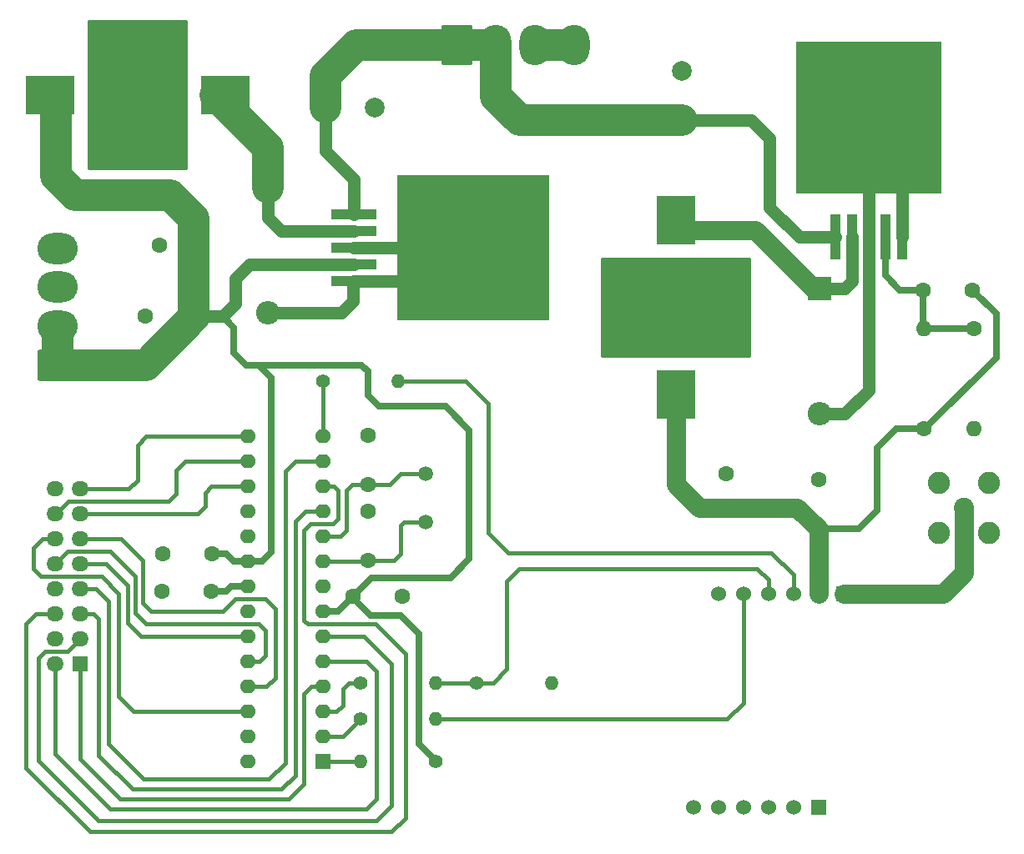
<source format=gbr>
G04 #@! TF.GenerationSoftware,KiCad,Pcbnew,(5.1.5)-3*
G04 #@! TF.CreationDate,2020-01-23T23:18:57+02:00*
G04 #@! TF.ProjectId,TrafficSignPCB,54726166-6669-4635-9369-676e5043422e,rev?*
G04 #@! TF.SameCoordinates,Original*
G04 #@! TF.FileFunction,Copper,L1,Top*
G04 #@! TF.FilePolarity,Positive*
%FSLAX46Y46*%
G04 Gerber Fmt 4.6, Leading zero omitted, Abs format (unit mm)*
G04 Created by KiCad (PCBNEW (5.1.5)-3) date 2020-01-23 23:18:57*
%MOMM*%
%LPD*%
G04 APERTURE LIST*
%ADD10R,1.524000X1.524000*%
%ADD11C,1.524000*%
%ADD12C,1.600000*%
%ADD13R,15.400000X14.800000*%
%ADD14R,4.600000X1.100000*%
%ADD15R,1.527200X1.527200*%
%ADD16O,1.727200X1.527200*%
%ADD17R,1.600000X1.600000*%
%ADD18O,1.600000X1.400000*%
%ADD19C,2.050000*%
%ADD20C,2.250000*%
%ADD21C,2.000000*%
%ADD22R,2.000000X2.000000*%
%ADD23R,3.900000X5.000000*%
%ADD24R,5.000000X3.900000*%
%ADD25O,1.600000X1.600000*%
%ADD26R,1.100000X4.600000*%
%ADD27R,14.800000X15.400000*%
%ADD28C,0.100000*%
%ADD29O,3.160000X4.100000*%
%ADD30O,4.100000X3.160000*%
%ADD31O,1.400000X1.400000*%
%ADD32C,1.400000*%
%ADD33C,1.500000*%
%ADD34O,2.400000X2.400000*%
%ADD35R,2.400000X2.400000*%
%ADD36C,1.200000*%
%ADD37C,1.905000*%
%ADD38C,1.270000*%
%ADD39C,3.175000*%
%ADD40C,0.381000*%
%ADD41C,0.635000*%
%ADD42C,0.254000*%
G04 APERTURE END LIST*
D10*
X135096000Y-130645000D03*
D11*
X132556000Y-130645000D03*
X130016000Y-130645000D03*
X127476000Y-130645000D03*
X124936000Y-130645000D03*
X122396000Y-130645000D03*
D10*
X132556000Y-152345000D03*
D11*
X130016000Y-152345000D03*
X127476000Y-152345000D03*
X124936000Y-152345000D03*
X122396000Y-152345000D03*
X119856000Y-152345000D03*
D12*
X64262000Y-102489000D03*
X69262000Y-102489000D03*
D13*
X97561000Y-95504000D03*
D14*
X85411000Y-98904000D03*
X85411000Y-97204000D03*
X85411000Y-95504000D03*
X85411000Y-93804000D03*
X85411000Y-92104000D03*
D15*
X57658000Y-137795000D03*
D16*
X55118000Y-137795000D03*
X57658000Y-135255000D03*
X55118000Y-135255000D03*
X57658000Y-132715000D03*
X55118000Y-132715000D03*
X57658000Y-130175000D03*
X55118000Y-130175000D03*
X57658000Y-127635000D03*
X55118000Y-127635000D03*
X57658000Y-125095000D03*
X55118000Y-125095000D03*
X57658000Y-122555000D03*
X55118000Y-122555000D03*
X57658000Y-120015000D03*
X55118000Y-120015000D03*
D17*
X82296000Y-147701000D03*
D18*
X74676000Y-114681000D03*
X82296000Y-145161000D03*
X74676000Y-117221000D03*
X82296000Y-142621000D03*
X74676000Y-119761000D03*
X82296000Y-140081000D03*
X74676000Y-122301000D03*
X82296000Y-137541000D03*
X74676000Y-124841000D03*
X82296000Y-135001000D03*
X74676000Y-127381000D03*
X82296000Y-132461000D03*
X74676000Y-129921000D03*
X82296000Y-129921000D03*
X74676000Y-132461000D03*
X82296000Y-127381000D03*
X74676000Y-135001000D03*
X82296000Y-124841000D03*
X74676000Y-137541000D03*
X82296000Y-122301000D03*
X74676000Y-140081000D03*
X82296000Y-119761000D03*
X74676000Y-142621000D03*
X82296000Y-117221000D03*
X74676000Y-145161000D03*
X82296000Y-114681000D03*
X74676000Y-147701000D03*
D19*
X147320000Y-121920000D03*
D20*
X149860000Y-124460000D03*
X149860000Y-119380000D03*
X144780000Y-119380000D03*
X144780000Y-124460000D03*
D12*
X86868000Y-114554000D03*
X86868000Y-119554000D03*
X86868000Y-127301000D03*
X86868000Y-122301000D03*
X148209000Y-99822000D03*
X143209000Y-99822000D03*
D21*
X87550000Y-81280000D03*
D22*
X82550000Y-81280000D03*
D21*
X118745000Y-77550000D03*
D22*
X118745000Y-82550000D03*
D23*
X118110000Y-92750000D03*
X118110000Y-110450000D03*
D24*
X54650000Y-80010000D03*
X72350000Y-80010000D03*
D12*
X148336000Y-103759000D03*
D25*
X148336000Y-113919000D03*
X143256000Y-103759000D03*
D12*
X143256000Y-113919000D03*
D26*
X134268000Y-94421000D03*
X135968000Y-94421000D03*
X137668000Y-94421000D03*
X139368000Y-94421000D03*
X141068000Y-94421000D03*
D27*
X137668000Y-82271000D03*
G04 #@! TA.AperFunction,ComponentPad*
D28*
G36*
X97239504Y-72881204D02*
G01*
X97263773Y-72884804D01*
X97287571Y-72890765D01*
X97310671Y-72899030D01*
X97332849Y-72909520D01*
X97353893Y-72922133D01*
X97373598Y-72936747D01*
X97391777Y-72953223D01*
X97408253Y-72971402D01*
X97422867Y-72991107D01*
X97435480Y-73012151D01*
X97445970Y-73034329D01*
X97454235Y-73057429D01*
X97460196Y-73081227D01*
X97463796Y-73105496D01*
X97465000Y-73130000D01*
X97465000Y-76730000D01*
X97463796Y-76754504D01*
X97460196Y-76778773D01*
X97454235Y-76802571D01*
X97445970Y-76825671D01*
X97435480Y-76847849D01*
X97422867Y-76868893D01*
X97408253Y-76888598D01*
X97391777Y-76906777D01*
X97373598Y-76923253D01*
X97353893Y-76937867D01*
X97332849Y-76950480D01*
X97310671Y-76960970D01*
X97287571Y-76969235D01*
X97263773Y-76975196D01*
X97239504Y-76978796D01*
X97215000Y-76980000D01*
X94555000Y-76980000D01*
X94530496Y-76978796D01*
X94506227Y-76975196D01*
X94482429Y-76969235D01*
X94459329Y-76960970D01*
X94437151Y-76950480D01*
X94416107Y-76937867D01*
X94396402Y-76923253D01*
X94378223Y-76906777D01*
X94361747Y-76888598D01*
X94347133Y-76868893D01*
X94334520Y-76847849D01*
X94324030Y-76825671D01*
X94315765Y-76802571D01*
X94309804Y-76778773D01*
X94306204Y-76754504D01*
X94305000Y-76730000D01*
X94305000Y-73130000D01*
X94306204Y-73105496D01*
X94309804Y-73081227D01*
X94315765Y-73057429D01*
X94324030Y-73034329D01*
X94334520Y-73012151D01*
X94347133Y-72991107D01*
X94361747Y-72971402D01*
X94378223Y-72953223D01*
X94396402Y-72936747D01*
X94416107Y-72922133D01*
X94437151Y-72909520D01*
X94459329Y-72899030D01*
X94482429Y-72890765D01*
X94506227Y-72884804D01*
X94530496Y-72881204D01*
X94555000Y-72880000D01*
X97215000Y-72880000D01*
X97239504Y-72881204D01*
G37*
G04 #@! TD.AperFunction*
D29*
X99845000Y-74930000D03*
X103805000Y-74930000D03*
X107765000Y-74930000D03*
G04 #@! TA.AperFunction,ComponentPad*
D28*
G36*
X57196504Y-105863204D02*
G01*
X57220773Y-105866804D01*
X57244571Y-105872765D01*
X57267671Y-105881030D01*
X57289849Y-105891520D01*
X57310893Y-105904133D01*
X57330598Y-105918747D01*
X57348777Y-105935223D01*
X57365253Y-105953402D01*
X57379867Y-105973107D01*
X57392480Y-105994151D01*
X57402970Y-106016329D01*
X57411235Y-106039429D01*
X57417196Y-106063227D01*
X57420796Y-106087496D01*
X57422000Y-106112000D01*
X57422000Y-108772000D01*
X57420796Y-108796504D01*
X57417196Y-108820773D01*
X57411235Y-108844571D01*
X57402970Y-108867671D01*
X57392480Y-108889849D01*
X57379867Y-108910893D01*
X57365253Y-108930598D01*
X57348777Y-108948777D01*
X57330598Y-108965253D01*
X57310893Y-108979867D01*
X57289849Y-108992480D01*
X57267671Y-109002970D01*
X57244571Y-109011235D01*
X57220773Y-109017196D01*
X57196504Y-109020796D01*
X57172000Y-109022000D01*
X53572000Y-109022000D01*
X53547496Y-109020796D01*
X53523227Y-109017196D01*
X53499429Y-109011235D01*
X53476329Y-109002970D01*
X53454151Y-108992480D01*
X53433107Y-108979867D01*
X53413402Y-108965253D01*
X53395223Y-108948777D01*
X53378747Y-108930598D01*
X53364133Y-108910893D01*
X53351520Y-108889849D01*
X53341030Y-108867671D01*
X53332765Y-108844571D01*
X53326804Y-108820773D01*
X53323204Y-108796504D01*
X53322000Y-108772000D01*
X53322000Y-106112000D01*
X53323204Y-106087496D01*
X53326804Y-106063227D01*
X53332765Y-106039429D01*
X53341030Y-106016329D01*
X53351520Y-105994151D01*
X53364133Y-105973107D01*
X53378747Y-105953402D01*
X53395223Y-105935223D01*
X53413402Y-105918747D01*
X53433107Y-105904133D01*
X53454151Y-105891520D01*
X53476329Y-105881030D01*
X53499429Y-105872765D01*
X53523227Y-105866804D01*
X53547496Y-105863204D01*
X53572000Y-105862000D01*
X57172000Y-105862000D01*
X57196504Y-105863204D01*
G37*
G04 #@! TD.AperFunction*
D30*
X55372000Y-103482000D03*
X55372000Y-99522000D03*
X55372000Y-95562000D03*
D12*
X65993000Y-130429000D03*
X70993000Y-130429000D03*
X71040000Y-126619000D03*
X66040000Y-126619000D03*
X85344000Y-130937000D03*
X90344000Y-130937000D03*
D17*
X123190000Y-121920000D03*
D12*
X123190000Y-118420000D03*
X65715000Y-95250000D03*
D17*
X69215000Y-95250000D03*
D31*
X93726000Y-139700000D03*
D32*
X86106000Y-139700000D03*
X97917000Y-139700000D03*
D31*
X105537000Y-139700000D03*
D32*
X93726000Y-147701000D03*
D31*
X86106000Y-147701000D03*
D33*
X92710000Y-118491000D03*
X92710000Y-123371000D03*
D32*
X86106000Y-143383000D03*
D31*
X93726000Y-143383000D03*
D12*
X132588000Y-124079000D03*
X132588000Y-119079000D03*
D32*
X82296000Y-109093000D03*
D31*
X89916000Y-109093000D03*
D34*
X132715000Y-112395000D03*
D35*
X132715000Y-99695000D03*
X76708000Y-89408000D03*
D34*
X76708000Y-102108000D03*
D36*
X113030000Y-97790000D03*
X113030000Y-100330000D03*
X113030000Y-102870000D03*
X113030000Y-105410000D03*
X115570000Y-105410000D03*
X115570000Y-102870000D03*
X115570000Y-100330000D03*
X115570000Y-97790000D03*
X118110000Y-100330000D03*
X118110000Y-102870000D03*
X118110000Y-105410000D03*
X118110000Y-105410000D03*
X120650000Y-105410000D03*
X120650000Y-102870000D03*
X120650000Y-97790000D03*
X118110000Y-97790000D03*
X120650000Y-100330000D03*
X123190000Y-100330000D03*
X123190000Y-97790000D03*
X123190000Y-102870000D03*
X123190000Y-105410000D03*
X59690000Y-85090000D03*
X64770000Y-82550000D03*
X62230000Y-74930000D03*
X62230000Y-85090000D03*
X64770000Y-80010000D03*
X59690000Y-74930000D03*
X64770000Y-74930000D03*
X67310000Y-74930000D03*
X59690000Y-82550000D03*
X62230000Y-80010000D03*
X67310000Y-77470000D03*
X67310000Y-80010000D03*
X59690000Y-77470000D03*
X67310000Y-80010000D03*
X59690000Y-80010000D03*
X62230000Y-82550000D03*
X62230000Y-77470000D03*
X64770000Y-77470000D03*
X67310000Y-82550000D03*
X67310000Y-85090000D03*
X64770000Y-85090000D03*
X144145000Y-86995000D03*
X141605000Y-86995000D03*
X139065000Y-86995000D03*
X144145000Y-84455000D03*
X131445000Y-86995000D03*
X133985000Y-86995000D03*
X136525000Y-86995000D03*
X139065000Y-86995000D03*
X136525000Y-76835000D03*
X131445000Y-79375000D03*
X131445000Y-81915000D03*
X144145000Y-76835000D03*
X133985000Y-81915000D03*
X133985000Y-84455000D03*
X133985000Y-79375000D03*
X141605000Y-81915000D03*
X131445000Y-84455000D03*
X136525000Y-79375000D03*
X144145000Y-79375000D03*
X136525000Y-84455000D03*
X136525000Y-81915000D03*
X141605000Y-84455000D03*
X139065000Y-81915000D03*
X139065000Y-84455000D03*
X141605000Y-79375000D03*
X139065000Y-76835000D03*
X144145000Y-81915000D03*
X139065000Y-79375000D03*
X133985000Y-76835000D03*
X131445000Y-76835000D03*
X141605000Y-76835000D03*
X101600000Y-92710000D03*
X99060000Y-92710000D03*
X99060000Y-95250000D03*
X101600000Y-95250000D03*
X101600000Y-97790000D03*
X99060000Y-97790000D03*
X96520000Y-97790000D03*
X96520000Y-95250000D03*
X96520000Y-92710000D03*
X93980000Y-92710000D03*
X93980000Y-95250000D03*
X93980000Y-97790000D03*
X91440000Y-97790000D03*
X91440000Y-95250000D03*
X91440000Y-92710000D03*
X91440000Y-90170000D03*
X93980000Y-90170000D03*
X96520000Y-90170000D03*
X99060000Y-90170000D03*
X101600000Y-90170000D03*
X104140000Y-90170000D03*
X104140000Y-92710000D03*
X104140000Y-95250000D03*
X104140000Y-97790000D03*
X104140000Y-100330000D03*
X101600000Y-100330000D03*
X99060000Y-100330000D03*
X99060000Y-100330000D03*
X96520000Y-100330000D03*
X93980000Y-100330000D03*
X91440000Y-100330000D03*
D37*
X145199000Y-130645000D02*
X135096000Y-130645000D01*
X147320000Y-121920000D02*
X147320000Y-128524000D01*
X147320000Y-128524000D02*
X145199000Y-130645000D01*
D38*
X85344000Y-100965000D02*
X85344000Y-98971000D01*
X76708000Y-102108000D02*
X84201000Y-102108000D01*
X85344000Y-98971000D02*
X85411000Y-98904000D01*
X84201000Y-102108000D02*
X85344000Y-100965000D01*
D39*
X103805000Y-74930000D02*
X107765000Y-74930000D01*
D38*
X137668000Y-94421000D02*
X137668000Y-85271000D01*
X141068000Y-88671000D02*
X137668000Y-85271000D01*
X141068000Y-94421000D02*
X141068000Y-88671000D01*
X85411000Y-95504000D02*
X94561000Y-95504000D01*
X135255000Y-112395000D02*
X132715000Y-112395000D01*
X137668000Y-94421000D02*
X137668000Y-109982000D01*
X137668000Y-109982000D02*
X135255000Y-112395000D01*
X91161000Y-98904000D02*
X94561000Y-95504000D01*
X85411000Y-98904000D02*
X91161000Y-98904000D01*
D40*
X85297000Y-119554000D02*
X86868000Y-119554000D01*
X84709000Y-120142000D02*
X85297000Y-119554000D01*
X84709000Y-124206000D02*
X84709000Y-120142000D01*
X82296000Y-124841000D02*
X84074000Y-124841000D01*
X84074000Y-124841000D02*
X84709000Y-124206000D01*
X86868000Y-119554000D02*
X89107000Y-119554000D01*
X90170000Y-118491000D02*
X92710000Y-118491000D01*
X89107000Y-119554000D02*
X90170000Y-118491000D01*
X86788000Y-127381000D02*
X86868000Y-127301000D01*
X82296000Y-127381000D02*
X86788000Y-127381000D01*
X90497000Y-123371000D02*
X92710000Y-123371000D01*
X90170000Y-123698000D02*
X90497000Y-123371000D01*
X90170000Y-126619000D02*
X90170000Y-123698000D01*
X86868000Y-127301000D02*
X89488000Y-127301000D01*
X89488000Y-127301000D02*
X90170000Y-126619000D01*
D37*
X132588000Y-130613000D02*
X132556000Y-130645000D01*
X132588000Y-124079000D02*
X132588000Y-130613000D01*
D41*
X136652000Y-124079000D02*
X132588000Y-124079000D01*
X138557000Y-122174000D02*
X136652000Y-124079000D01*
X138557000Y-115824000D02*
X138557000Y-122174000D01*
X143256000Y-113919000D02*
X140462000Y-113919000D01*
X140462000Y-113919000D02*
X138557000Y-115824000D01*
X150622000Y-102235000D02*
X148209000Y-99822000D01*
X150622000Y-106680000D02*
X150622000Y-102235000D01*
X143256000Y-113919000D02*
X143383000Y-113919000D01*
X143383000Y-113919000D02*
X150622000Y-106680000D01*
D37*
X120485000Y-121920000D02*
X123190000Y-121920000D01*
X118110000Y-119545000D02*
X120485000Y-121920000D01*
X118110000Y-109450000D02*
X118110000Y-119545000D01*
X130429000Y-121920000D02*
X132588000Y-124079000D01*
X123190000Y-121920000D02*
X130429000Y-121920000D01*
D41*
X143209000Y-103712000D02*
X143256000Y-103759000D01*
X143209000Y-99822000D02*
X143209000Y-103712000D01*
X143256000Y-103759000D02*
X148336000Y-103759000D01*
X139368000Y-98347000D02*
X139368000Y-94421000D01*
X143209000Y-99822000D02*
X140843000Y-99822000D01*
X140843000Y-99822000D02*
X139368000Y-98347000D01*
D39*
X99845000Y-74930000D02*
X95885000Y-74930000D01*
X114570000Y-82550000D02*
X118745000Y-82550000D01*
X102240000Y-82550000D02*
X114570000Y-82550000D01*
X99845000Y-80155000D02*
X102240000Y-82550000D01*
X99845000Y-74930000D02*
X99845000Y-80155000D01*
D38*
X130616000Y-94421000D02*
X134268000Y-94421000D01*
X127635000Y-84455000D02*
X127635000Y-91440000D01*
X118745000Y-82550000D02*
X125730000Y-82550000D01*
X127635000Y-91440000D02*
X130616000Y-94421000D01*
X125730000Y-82550000D02*
X127635000Y-84455000D01*
X82550000Y-85725000D02*
X82550000Y-81280000D01*
X85411000Y-92104000D02*
X85411000Y-88586000D01*
X85411000Y-88586000D02*
X82550000Y-85725000D01*
D39*
X85725000Y-74930000D02*
X95885000Y-74930000D01*
X82550000Y-81280000D02*
X82550000Y-78105000D01*
X82550000Y-78105000D02*
X85725000Y-74930000D01*
D41*
X75819000Y-107442000D02*
X77089000Y-108712000D01*
X76111000Y-127381000D02*
X74676000Y-127381000D01*
X77089000Y-126403000D02*
X76111000Y-127381000D01*
X77089000Y-108712000D02*
X77089000Y-126403000D01*
X73279000Y-127381000D02*
X74676000Y-127381000D01*
X71040000Y-126619000D02*
X72517000Y-126619000D01*
X72517000Y-126619000D02*
X73279000Y-127381000D01*
X75438000Y-107442000D02*
X75819000Y-107442000D01*
X83820000Y-132461000D02*
X85344000Y-130937000D01*
X82296000Y-132461000D02*
X83820000Y-132461000D01*
X86868000Y-108077000D02*
X86233000Y-107442000D01*
X86233000Y-107442000D02*
X75438000Y-107442000D01*
X88011000Y-111633000D02*
X86868000Y-110490000D01*
X94742000Y-111633000D02*
X88011000Y-111633000D01*
X87249000Y-129032000D02*
X95250000Y-129032000D01*
X95250000Y-129032000D02*
X97155000Y-127127000D01*
X85344000Y-130937000D02*
X87249000Y-129032000D01*
X86868000Y-110490000D02*
X86868000Y-108077000D01*
X97155000Y-127127000D02*
X97155000Y-114046000D01*
X97155000Y-114046000D02*
X94742000Y-111633000D01*
X85344000Y-131064000D02*
X85344000Y-130937000D01*
X87122000Y-132842000D02*
X85344000Y-131064000D01*
X92075000Y-134747000D02*
X90170000Y-132842000D01*
X90170000Y-132842000D02*
X87122000Y-132842000D01*
D40*
X92075000Y-145923000D02*
X92075000Y-145695051D01*
D41*
X92075000Y-145923000D02*
X93726000Y-147574000D01*
X92075000Y-134747000D02*
X92075000Y-145923000D01*
D39*
X55372000Y-107442000D02*
X55372000Y-103482000D01*
X64309000Y-107442000D02*
X55372000Y-107442000D01*
X69262000Y-102489000D02*
X64309000Y-107442000D01*
D38*
X73406000Y-98679000D02*
X73406000Y-101219000D01*
X72136000Y-102489000D02*
X69262000Y-102489000D01*
X85411000Y-97204000D02*
X74881000Y-97204000D01*
X73406000Y-101219000D02*
X72136000Y-102489000D01*
X74881000Y-97204000D02*
X73406000Y-98679000D01*
D41*
X74549000Y-107442000D02*
X75438000Y-107442000D01*
X72136000Y-102489000D02*
X73279000Y-103632000D01*
X73279000Y-106172000D02*
X74549000Y-107442000D01*
X73279000Y-103632000D02*
X73279000Y-106172000D01*
D39*
X55245000Y-88265000D02*
X55245000Y-80415000D01*
X57150000Y-90170000D02*
X55245000Y-88265000D01*
X69262000Y-102489000D02*
X69215000Y-102442000D01*
X69215000Y-102442000D02*
X69215000Y-92545000D01*
X69215000Y-92545000D02*
X66840000Y-90170000D01*
X66840000Y-90170000D02*
X57150000Y-90170000D01*
D38*
X135185000Y-99695000D02*
X132715000Y-99695000D01*
X135968000Y-98912000D02*
X135185000Y-99695000D01*
X135968000Y-94421000D02*
X135968000Y-98912000D01*
D37*
X126135000Y-93750000D02*
X118110000Y-93750000D01*
X132715000Y-99695000D02*
X132080000Y-99695000D01*
X132080000Y-99695000D02*
X126135000Y-93750000D01*
D38*
X76708000Y-92456000D02*
X76708000Y-89408000D01*
X85411000Y-93804000D02*
X78056000Y-93804000D01*
X78056000Y-93804000D02*
X76708000Y-92456000D01*
D39*
X76708000Y-85368000D02*
X76708000Y-89408000D01*
X71350000Y-80010000D02*
X76708000Y-85368000D01*
D40*
X81115000Y-140081000D02*
X82296000Y-140081000D01*
X80391000Y-140805000D02*
X81115000Y-140081000D01*
X57658000Y-147447000D02*
X61722000Y-151511000D01*
X57658000Y-137795000D02*
X57658000Y-147447000D01*
X61722000Y-151511000D02*
X78867000Y-151511000D01*
X80391000Y-149987000D02*
X80391000Y-140805000D01*
X78867000Y-151511000D02*
X80391000Y-149987000D01*
X87757000Y-138557000D02*
X86741000Y-137541000D01*
X55118000Y-146939000D02*
X60706000Y-152527000D01*
X55118000Y-137795000D02*
X55118000Y-146939000D01*
X86741000Y-137541000D02*
X82296000Y-137541000D01*
X60706000Y-152527000D02*
X86741000Y-152527000D01*
X87757000Y-151511000D02*
X87757000Y-138557000D01*
X86741000Y-152527000D02*
X87757000Y-151511000D01*
X86487000Y-135001000D02*
X83477000Y-135001000D01*
X89281000Y-137795000D02*
X86487000Y-135001000D01*
X89281000Y-152146000D02*
X89281000Y-137795000D01*
X56388000Y-136525000D02*
X54102000Y-136525000D01*
X59563000Y-153670000D02*
X87757000Y-153670000D01*
X57658000Y-135255000D02*
X56388000Y-136525000D01*
X83477000Y-135001000D02*
X82296000Y-135001000D01*
X54102000Y-136525000D02*
X53467000Y-137160000D01*
X87757000Y-153670000D02*
X89281000Y-152146000D01*
X53467000Y-147574000D02*
X59563000Y-153670000D01*
X53467000Y-137160000D02*
X53467000Y-147574000D01*
X79502000Y-123317000D02*
X80518000Y-122301000D01*
X79502000Y-149098000D02*
X79502000Y-123317000D01*
X78105000Y-150495000D02*
X79502000Y-149098000D01*
X80518000Y-122301000D02*
X82296000Y-122301000D01*
X59055000Y-132715000D02*
X59563000Y-133223000D01*
X57658000Y-132715000D02*
X59055000Y-132715000D01*
X59563000Y-133223000D02*
X59563000Y-147066000D01*
X59563000Y-147066000D02*
X62992000Y-150495000D01*
X62992000Y-150495000D02*
X78105000Y-150495000D01*
X83820000Y-123063000D02*
X83820000Y-120142000D01*
X83820000Y-120142000D02*
X83439000Y-119761000D01*
X83312000Y-123571000D02*
X83820000Y-123063000D01*
X81026000Y-123571000D02*
X83312000Y-123571000D01*
X80391000Y-124206000D02*
X81026000Y-123571000D01*
X58674000Y-154813000D02*
X89281000Y-154813000D01*
X53213000Y-132715000D02*
X52197000Y-133731000D01*
X52197000Y-133731000D02*
X52197000Y-148336000D01*
X55118000Y-132715000D02*
X53213000Y-132715000D01*
X89281000Y-154813000D02*
X90678000Y-153416000D01*
X90678000Y-136779000D02*
X87630000Y-133731000D01*
X52197000Y-148336000D02*
X58674000Y-154813000D01*
X90678000Y-153416000D02*
X90678000Y-136779000D01*
X87630000Y-133731000D02*
X80772000Y-133731000D01*
X83439000Y-119761000D02*
X82296000Y-119761000D01*
X80772000Y-133731000D02*
X80391000Y-133350000D01*
X80391000Y-133350000D02*
X80391000Y-124206000D01*
X79502000Y-117221000D02*
X82296000Y-117221000D01*
X78486000Y-118237000D02*
X79502000Y-117221000D01*
X76835000Y-149479000D02*
X78486000Y-147828000D01*
X59309000Y-130175000D02*
X60579000Y-131445000D01*
X78486000Y-147828000D02*
X78486000Y-118237000D01*
X57658000Y-130175000D02*
X59309000Y-130175000D01*
X60579000Y-131445000D02*
X60579000Y-145923000D01*
X60579000Y-145923000D02*
X64135000Y-149479000D01*
X64135000Y-149479000D02*
X76835000Y-149479000D01*
X73495000Y-135001000D02*
X74676000Y-135001000D01*
X62484000Y-133604000D02*
X63881000Y-135001000D01*
X60325000Y-127635000D02*
X62484000Y-129794000D01*
X57658000Y-127635000D02*
X60325000Y-127635000D01*
X62484000Y-129794000D02*
X62484000Y-133604000D01*
X63881000Y-135001000D02*
X73495000Y-135001000D01*
X75819000Y-133731000D02*
X76454000Y-134366000D01*
X76454000Y-136944000D02*
X75857000Y-137541000D01*
X56388000Y-126365000D02*
X60706000Y-126365000D01*
X76454000Y-134366000D02*
X76454000Y-136944000D01*
X60706000Y-126365000D02*
X63246000Y-128905000D01*
X75857000Y-137541000D02*
X74676000Y-137541000D01*
X63246000Y-132588000D02*
X64389000Y-133731000D01*
X64389000Y-133731000D02*
X75819000Y-133731000D01*
X55118000Y-127635000D02*
X56388000Y-126365000D01*
X63246000Y-128905000D02*
X63246000Y-132588000D01*
X77470000Y-139192000D02*
X76581000Y-140081000D01*
X77470000Y-132207000D02*
X77470000Y-139192000D01*
X76454000Y-131191000D02*
X77470000Y-132207000D01*
X76581000Y-140081000D02*
X74676000Y-140081000D01*
X72136000Y-132461000D02*
X73406000Y-131191000D01*
X61849000Y-125095000D02*
X64008000Y-127254000D01*
X57658000Y-125095000D02*
X61849000Y-125095000D01*
X64008000Y-127254000D02*
X64008000Y-131572000D01*
X73406000Y-131191000D02*
X76454000Y-131191000D01*
X64897000Y-132461000D02*
X72136000Y-132461000D01*
X64008000Y-131572000D02*
X64897000Y-132461000D01*
X53873400Y-125095000D02*
X55118000Y-125095000D01*
X52959000Y-128143000D02*
X52959000Y-126009400D01*
X53721000Y-128905000D02*
X52959000Y-128143000D01*
X52959000Y-126009400D02*
X53873400Y-125095000D01*
X61595000Y-141097000D02*
X61595000Y-130619500D01*
X61595000Y-130619500D02*
X59880500Y-128905000D01*
X63119000Y-142621000D02*
X61595000Y-141097000D01*
X74676000Y-142621000D02*
X63119000Y-142621000D01*
X59880500Y-128905000D02*
X53721000Y-128905000D01*
X70993000Y-119761000D02*
X74676000Y-119761000D01*
X70358000Y-120396000D02*
X70993000Y-119761000D01*
X70358000Y-121793000D02*
X70358000Y-120396000D01*
X57658000Y-122555000D02*
X69596000Y-122555000D01*
X69596000Y-122555000D02*
X70358000Y-121793000D01*
X68326000Y-117221000D02*
X74676000Y-117221000D01*
X67437000Y-118110000D02*
X68326000Y-117221000D01*
X55218000Y-122555000D02*
X56488000Y-121285000D01*
X55118000Y-122555000D02*
X55218000Y-122555000D01*
X67437000Y-120523000D02*
X67437000Y-118110000D01*
X56488000Y-121285000D02*
X66675000Y-121285000D01*
X66675000Y-121285000D02*
X67437000Y-120523000D01*
X73495000Y-114681000D02*
X74676000Y-114681000D01*
X62611000Y-120015000D02*
X63500000Y-119126000D01*
X63500000Y-115570000D02*
X64389000Y-114681000D01*
X57658000Y-120015000D02*
X62611000Y-120015000D01*
X63500000Y-119126000D02*
X63500000Y-115570000D01*
X64389000Y-114681000D02*
X73495000Y-114681000D01*
X83693000Y-142621000D02*
X84328000Y-141986000D01*
X84328000Y-141986000D02*
X84328000Y-140335000D01*
X82296000Y-142621000D02*
X83693000Y-142621000D01*
X84328000Y-140335000D02*
X84963000Y-139700000D01*
X84963000Y-139700000D02*
X86106000Y-139700000D01*
X94715949Y-139700000D02*
X97917000Y-139700000D01*
X93726000Y-139700000D02*
X94715949Y-139700000D01*
X127476000Y-129254000D02*
X127476000Y-130645000D01*
X126365000Y-128143000D02*
X127476000Y-129254000D01*
X99568000Y-139700000D02*
X100965000Y-138303000D01*
X97917000Y-139700000D02*
X99568000Y-139700000D01*
X100965000Y-138303000D02*
X100965000Y-129413000D01*
X100965000Y-129413000D02*
X102235000Y-128143000D01*
X102235000Y-128143000D02*
X126365000Y-128143000D01*
X124936000Y-141764000D02*
X124936000Y-130645000D01*
X93726000Y-143383000D02*
X123317000Y-143383000D01*
X123317000Y-143383000D02*
X124936000Y-141764000D01*
X84328000Y-145161000D02*
X82296000Y-145161000D01*
X86106000Y-143383000D02*
X84328000Y-145161000D01*
X82296000Y-113600000D02*
X82296000Y-109093000D01*
X82296000Y-114681000D02*
X82296000Y-113600000D01*
D41*
X73025000Y-129921000D02*
X74676000Y-129921000D01*
X72517000Y-130429000D02*
X73025000Y-129921000D01*
X70993000Y-130429000D02*
X72517000Y-130429000D01*
D40*
X85979000Y-147701000D02*
X86106000Y-147574000D01*
X83477000Y-147701000D02*
X86106000Y-147701000D01*
X82296000Y-147701000D02*
X83477000Y-147701000D01*
X130016000Y-128746000D02*
X130016000Y-130645000D01*
X127762000Y-126492000D02*
X130016000Y-128746000D01*
X96774000Y-109093000D02*
X99060000Y-111379000D01*
X99060000Y-111379000D02*
X99060000Y-124460000D01*
X89916000Y-109093000D02*
X96774000Y-109093000D01*
X101092000Y-126492000D02*
X127762000Y-126492000D01*
X99060000Y-124460000D02*
X101092000Y-126492000D01*
D42*
G36*
X68453000Y-87503000D02*
G01*
X58547000Y-87503000D01*
X58547000Y-72517000D01*
X68453000Y-72517000D01*
X68453000Y-87503000D01*
G37*
X68453000Y-87503000D02*
X58547000Y-87503000D01*
X58547000Y-72517000D01*
X68453000Y-72517000D01*
X68453000Y-87503000D01*
G36*
X125603000Y-106553000D02*
G01*
X110617000Y-106553000D01*
X110617000Y-96647000D01*
X125603000Y-96647000D01*
X125603000Y-106553000D01*
G37*
X125603000Y-106553000D02*
X110617000Y-106553000D01*
X110617000Y-96647000D01*
X125603000Y-96647000D01*
X125603000Y-106553000D01*
M02*

</source>
